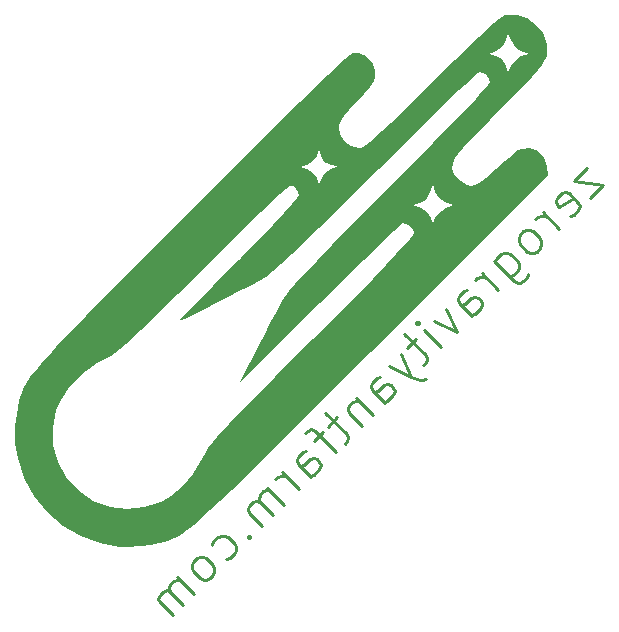
<source format=gbr>
G04 #@! TF.GenerationSoftware,KiCad,Pcbnew,8.0.4*
G04 #@! TF.CreationDate,2024-08-14T20:28:55-04:00*
G04 #@! TF.ProjectId,RP2350_80QFN_minimal,52503233-3530-45f3-9830-51464e5f6d69,REV3*
G04 #@! TF.SameCoordinates,Original*
G04 #@! TF.FileFunction,Legend,Bot*
G04 #@! TF.FilePolarity,Positive*
%FSLAX46Y46*%
G04 Gerber Fmt 4.6, Leading zero omitted, Abs format (unit mm)*
G04 Created by KiCad (PCBNEW 8.0.4) date 2024-08-14 20:28:55*
%MOMM*%
%LPD*%
G01*
G04 APERTURE LIST*
%ADD10C,0.250000*%
%ADD11C,0.000000*%
G04 APERTURE END LIST*
D10*
X172797639Y-79436330D02*
X171686471Y-80547498D01*
X171686471Y-80547498D02*
X174211852Y-80850544D01*
X174211852Y-80850544D02*
X173100684Y-81961711D01*
X171383425Y-83476940D02*
X171686471Y-83375925D01*
X171686471Y-83375925D02*
X172090532Y-82971864D01*
X172090532Y-82971864D02*
X172191547Y-82668818D01*
X172191547Y-82668818D02*
X172090532Y-82365772D01*
X172090532Y-82365772D02*
X171282410Y-81557650D01*
X171282410Y-81557650D02*
X170979364Y-81456635D01*
X170979364Y-81456635D02*
X170676319Y-81557650D01*
X170676319Y-81557650D02*
X170272258Y-81961711D01*
X170272258Y-81961711D02*
X170171242Y-82264757D01*
X170171242Y-82264757D02*
X170272258Y-82567803D01*
X170272258Y-82567803D02*
X170474288Y-82769833D01*
X170474288Y-82769833D02*
X171686471Y-81961711D01*
X170474288Y-84588108D02*
X169060074Y-83173894D01*
X169464135Y-83577956D02*
X169161089Y-83476940D01*
X169161089Y-83476940D02*
X168959059Y-83476940D01*
X168959059Y-83476940D02*
X168656013Y-83577956D01*
X168656013Y-83577956D02*
X168453983Y-83779986D01*
X168858044Y-86204352D02*
X168959059Y-85901306D01*
X168959059Y-85901306D02*
X168959059Y-85699276D01*
X168959059Y-85699276D02*
X168858044Y-85396230D01*
X168858044Y-85396230D02*
X168251952Y-84790139D01*
X168251952Y-84790139D02*
X167948906Y-84689123D01*
X167948906Y-84689123D02*
X167746876Y-84689123D01*
X167746876Y-84689123D02*
X167443830Y-84790139D01*
X167443830Y-84790139D02*
X167140784Y-85093184D01*
X167140784Y-85093184D02*
X167039769Y-85396230D01*
X167039769Y-85396230D02*
X167039769Y-85598261D01*
X167039769Y-85598261D02*
X167140784Y-85901306D01*
X167140784Y-85901306D02*
X167746876Y-86507398D01*
X167746876Y-86507398D02*
X168049922Y-86608413D01*
X168049922Y-86608413D02*
X168251952Y-86608413D01*
X168251952Y-86608413D02*
X168554998Y-86507398D01*
X168554998Y-86507398D02*
X168858044Y-86204352D01*
X164918448Y-87315520D02*
X166635708Y-89032780D01*
X166635708Y-89032780D02*
X166938754Y-89133795D01*
X166938754Y-89133795D02*
X167140784Y-89133795D01*
X167140784Y-89133795D02*
X167443830Y-89032780D01*
X167443830Y-89032780D02*
X167746876Y-88729734D01*
X167746876Y-88729734D02*
X167847891Y-88426688D01*
X166231647Y-88628719D02*
X166534693Y-88527703D01*
X166534693Y-88527703D02*
X166938754Y-88123642D01*
X166938754Y-88123642D02*
X167039769Y-87820597D01*
X167039769Y-87820597D02*
X167039769Y-87618566D01*
X167039769Y-87618566D02*
X166938754Y-87315520D01*
X166938754Y-87315520D02*
X166332662Y-86709429D01*
X166332662Y-86709429D02*
X166029616Y-86608413D01*
X166029616Y-86608413D02*
X165827586Y-86608413D01*
X165827586Y-86608413D02*
X165524540Y-86709429D01*
X165524540Y-86709429D02*
X165120479Y-87113490D01*
X165120479Y-87113490D02*
X165019464Y-87416535D01*
X165322509Y-89739887D02*
X163908296Y-88325673D01*
X164312357Y-88729734D02*
X164009311Y-88628719D01*
X164009311Y-88628719D02*
X163807280Y-88628719D01*
X163807280Y-88628719D02*
X163504235Y-88729734D01*
X163504235Y-88729734D02*
X163302204Y-88931765D01*
X163100174Y-91962222D02*
X161989006Y-90851054D01*
X161989006Y-90851054D02*
X161887991Y-90548009D01*
X161887991Y-90548009D02*
X161989006Y-90244963D01*
X161989006Y-90244963D02*
X162393067Y-89840902D01*
X162393067Y-89840902D02*
X162696113Y-89739887D01*
X162999158Y-91861207D02*
X163302204Y-91760192D01*
X163302204Y-91760192D02*
X163807280Y-91255115D01*
X163807280Y-91255115D02*
X163908296Y-90952070D01*
X163908296Y-90952070D02*
X163807280Y-90649024D01*
X163807280Y-90649024D02*
X163605250Y-90446993D01*
X163605250Y-90446993D02*
X163302204Y-90345978D01*
X163302204Y-90345978D02*
X162999158Y-90446993D01*
X162999158Y-90446993D02*
X162494082Y-90952070D01*
X162494082Y-90952070D02*
X162191036Y-91053085D01*
X160877838Y-91356131D02*
X161786975Y-93275421D01*
X161786975Y-93275421D02*
X159867685Y-92366283D01*
X160473777Y-94588619D02*
X159059563Y-93174405D01*
X158352457Y-92467299D02*
X158554487Y-92467299D01*
X158554487Y-92467299D02*
X158554487Y-92669329D01*
X158554487Y-92669329D02*
X158352457Y-92669329D01*
X158352457Y-92669329D02*
X158352457Y-92467299D01*
X158352457Y-92467299D02*
X158554487Y-92669329D01*
X158352457Y-93881512D02*
X157544335Y-94689634D01*
X157342304Y-93477451D02*
X159160579Y-95295725D01*
X159160579Y-95295725D02*
X159261594Y-95598771D01*
X159261594Y-95598771D02*
X159160579Y-95901817D01*
X159160579Y-95901817D02*
X158958548Y-96103847D01*
X157039258Y-95194710D02*
X157948396Y-97114000D01*
X156029106Y-96204863D02*
X157948396Y-97114000D01*
X157948396Y-97114000D02*
X158655502Y-97417046D01*
X158655502Y-97417046D02*
X158857533Y-97417046D01*
X158857533Y-97417046D02*
X159160579Y-97316031D01*
X155726060Y-99336336D02*
X154614893Y-98225168D01*
X154614893Y-98225168D02*
X154513877Y-97922122D01*
X154513877Y-97922122D02*
X154614893Y-97619076D01*
X154614893Y-97619076D02*
X155018954Y-97215015D01*
X155018954Y-97215015D02*
X155321999Y-97114000D01*
X155625045Y-99235320D02*
X155928091Y-99134305D01*
X155928091Y-99134305D02*
X156433167Y-98629229D01*
X156433167Y-98629229D02*
X156534182Y-98326183D01*
X156534182Y-98326183D02*
X156433167Y-98023137D01*
X156433167Y-98023137D02*
X156231137Y-97821107D01*
X156231137Y-97821107D02*
X155928091Y-97720091D01*
X155928091Y-97720091D02*
X155625045Y-97821107D01*
X155625045Y-97821107D02*
X155119969Y-98326183D01*
X155119969Y-98326183D02*
X154816923Y-98427198D01*
X153301694Y-98932275D02*
X154715908Y-100346488D01*
X153503725Y-99134305D02*
X153301694Y-99134305D01*
X153301694Y-99134305D02*
X152998648Y-99235320D01*
X152998648Y-99235320D02*
X152695602Y-99538366D01*
X152695602Y-99538366D02*
X152594587Y-99841412D01*
X152594587Y-99841412D02*
X152695602Y-100144458D01*
X152695602Y-100144458D02*
X153806770Y-101255626D01*
X151685450Y-100548519D02*
X150877328Y-101356641D01*
X150675297Y-100144458D02*
X152493572Y-101962733D01*
X152493572Y-101962733D02*
X152594587Y-102265778D01*
X152594587Y-102265778D02*
X152493572Y-102568824D01*
X152493572Y-102568824D02*
X152291541Y-102770855D01*
X150473266Y-101760702D02*
X149665144Y-102568824D01*
X151584434Y-103477962D02*
X149766160Y-101659687D01*
X149766160Y-101659687D02*
X149463114Y-101558672D01*
X149463114Y-101558672D02*
X149160068Y-101659687D01*
X149160068Y-101659687D02*
X148958038Y-101861717D01*
X149463114Y-105599282D02*
X148351946Y-104488114D01*
X148351946Y-104488114D02*
X148250931Y-104185069D01*
X148250931Y-104185069D02*
X148351946Y-103882023D01*
X148351946Y-103882023D02*
X148756007Y-103477962D01*
X148756007Y-103477962D02*
X149059053Y-103376946D01*
X149362098Y-105498267D02*
X149665144Y-105397252D01*
X149665144Y-105397252D02*
X150170220Y-104892175D01*
X150170220Y-104892175D02*
X150271236Y-104589130D01*
X150271236Y-104589130D02*
X150170220Y-104286084D01*
X150170220Y-104286084D02*
X149968190Y-104084053D01*
X149968190Y-104084053D02*
X149665144Y-103983038D01*
X149665144Y-103983038D02*
X149362098Y-104084053D01*
X149362098Y-104084053D02*
X148857022Y-104589130D01*
X148857022Y-104589130D02*
X148553976Y-104690145D01*
X148452961Y-106609435D02*
X147038747Y-105195221D01*
X147442808Y-105599282D02*
X147139763Y-105498267D01*
X147139763Y-105498267D02*
X146937732Y-105498267D01*
X146937732Y-105498267D02*
X146634686Y-105599282D01*
X146634686Y-105599282D02*
X146432656Y-105801313D01*
X147139763Y-107922633D02*
X145725549Y-106508420D01*
X145927580Y-106710450D02*
X145725549Y-106710450D01*
X145725549Y-106710450D02*
X145422503Y-106811465D01*
X145422503Y-106811465D02*
X145119457Y-107114511D01*
X145119457Y-107114511D02*
X145018442Y-107417557D01*
X145018442Y-107417557D02*
X145119457Y-107720603D01*
X145119457Y-107720603D02*
X146230625Y-108831771D01*
X145119457Y-107720603D02*
X144816412Y-107619587D01*
X144816412Y-107619587D02*
X144513366Y-107720603D01*
X144513366Y-107720603D02*
X144210320Y-108023649D01*
X144210320Y-108023649D02*
X144109305Y-108326694D01*
X144109305Y-108326694D02*
X144210320Y-108629740D01*
X144210320Y-108629740D02*
X145321488Y-109740908D01*
X144109305Y-110549030D02*
X144109305Y-110751060D01*
X144109305Y-110751060D02*
X144311335Y-110751060D01*
X144311335Y-110751060D02*
X144311335Y-110549030D01*
X144311335Y-110549030D02*
X144109305Y-110549030D01*
X144109305Y-110549030D02*
X144311335Y-110751060D01*
X142291031Y-112569335D02*
X142594076Y-112468319D01*
X142594076Y-112468319D02*
X142998137Y-112064258D01*
X142998137Y-112064258D02*
X143099153Y-111761213D01*
X143099153Y-111761213D02*
X143099153Y-111559182D01*
X143099153Y-111559182D02*
X142998137Y-111256136D01*
X142998137Y-111256136D02*
X142392046Y-110650045D01*
X142392046Y-110650045D02*
X142089000Y-110549030D01*
X142089000Y-110549030D02*
X141886970Y-110549030D01*
X141886970Y-110549030D02*
X141583924Y-110650045D01*
X141583924Y-110650045D02*
X141179863Y-111054106D01*
X141179863Y-111054106D02*
X141078848Y-111357152D01*
X141179863Y-113882533D02*
X141280878Y-113579488D01*
X141280878Y-113579488D02*
X141280878Y-113377457D01*
X141280878Y-113377457D02*
X141179863Y-113074411D01*
X141179863Y-113074411D02*
X140573771Y-112468320D01*
X140573771Y-112468320D02*
X140270725Y-112367304D01*
X140270725Y-112367304D02*
X140068695Y-112367304D01*
X140068695Y-112367304D02*
X139765649Y-112468320D01*
X139765649Y-112468320D02*
X139462603Y-112771365D01*
X139462603Y-112771365D02*
X139361588Y-113074411D01*
X139361588Y-113074411D02*
X139361588Y-113276442D01*
X139361588Y-113276442D02*
X139462603Y-113579488D01*
X139462603Y-113579488D02*
X140068695Y-114185579D01*
X140068695Y-114185579D02*
X140371741Y-114286594D01*
X140371741Y-114286594D02*
X140573771Y-114286594D01*
X140573771Y-114286594D02*
X140876817Y-114185579D01*
X140876817Y-114185579D02*
X141179863Y-113882533D01*
X139563618Y-115498778D02*
X138149405Y-114084564D01*
X138351435Y-114286594D02*
X138149405Y-114286594D01*
X138149405Y-114286594D02*
X137846359Y-114387610D01*
X137846359Y-114387610D02*
X137543313Y-114690656D01*
X137543313Y-114690656D02*
X137442298Y-114993701D01*
X137442298Y-114993701D02*
X137543313Y-115296747D01*
X137543313Y-115296747D02*
X138654481Y-116407915D01*
X137543313Y-115296747D02*
X137240267Y-115195732D01*
X137240267Y-115195732D02*
X136937222Y-115296747D01*
X136937222Y-115296747D02*
X136634176Y-115599793D01*
X136634176Y-115599793D02*
X136533161Y-115902839D01*
X136533161Y-115902839D02*
X136634176Y-116205884D01*
X136634176Y-116205884D02*
X137745344Y-117317052D01*
D11*
G36*
X167769138Y-66748217D02*
G01*
X168536957Y-67285126D01*
X169101413Y-68031379D01*
X169405734Y-68931960D01*
X169393147Y-69931851D01*
X169339589Y-70131833D01*
X169211489Y-70403937D01*
X168987137Y-70739034D01*
X168637676Y-71170413D01*
X168134247Y-71731359D01*
X167447992Y-72455161D01*
X166550051Y-73375108D01*
X166159287Y-73769611D01*
X165411566Y-74524486D01*
X164576297Y-75366675D01*
X163608512Y-76353380D01*
X162861890Y-77133484D01*
X162308032Y-77739655D01*
X161918532Y-78204560D01*
X161664987Y-78560866D01*
X161518996Y-78841240D01*
X161452154Y-79078350D01*
X161417766Y-79534187D01*
X161547271Y-79911737D01*
X161914176Y-80336457D01*
X162152974Y-80558710D01*
X162630719Y-80864695D01*
X163110298Y-80928419D01*
X163648202Y-80735569D01*
X164300919Y-80271832D01*
X165124939Y-79522892D01*
X165568634Y-79102867D01*
X166174593Y-78555616D01*
X166668255Y-78140269D01*
X166972444Y-77923634D01*
X167262109Y-77803564D01*
X167987552Y-77743028D01*
X168639817Y-77997771D01*
X169142146Y-78525131D01*
X169417777Y-79282459D01*
X169533220Y-80007141D01*
X159741886Y-89776163D01*
X154500684Y-95005422D01*
X152538734Y-96963304D01*
X150368416Y-99129130D01*
X148435226Y-101056392D01*
X146722583Y-102759574D01*
X145213905Y-104253161D01*
X143892609Y-105551639D01*
X142742115Y-106669494D01*
X141745839Y-107621208D01*
X140887198Y-108421269D01*
X140149613Y-109084163D01*
X139516500Y-109624370D01*
X138971278Y-110056380D01*
X138497364Y-110394677D01*
X138078176Y-110653746D01*
X137697133Y-110848071D01*
X137337652Y-110992140D01*
X136983151Y-111100434D01*
X136617050Y-111187441D01*
X136222763Y-111267646D01*
X135783710Y-111355534D01*
X135050098Y-111474269D01*
X133872625Y-111494233D01*
X133300948Y-111503926D01*
X131589577Y-111199697D01*
X129960493Y-110590861D01*
X128458201Y-109706700D01*
X127127208Y-108576496D01*
X126012024Y-107229530D01*
X125157151Y-105695082D01*
X124607100Y-104002433D01*
X124408962Y-102818065D01*
X124374273Y-101415503D01*
X127603205Y-101415503D01*
X127650205Y-102878070D01*
X128025602Y-104283967D01*
X128717925Y-105573790D01*
X129715704Y-106688134D01*
X129750039Y-106718077D01*
X131019165Y-107585011D01*
X132412327Y-108121995D01*
X133872625Y-108321076D01*
X135343156Y-108174301D01*
X136767019Y-107673716D01*
X137561379Y-107223300D01*
X138587883Y-106392541D01*
X139477908Y-105314569D01*
X140291994Y-103925001D01*
X140296530Y-103916083D01*
X140459570Y-103607510D01*
X140638010Y-103304601D01*
X140852822Y-102984790D01*
X141124973Y-102625513D01*
X141475435Y-102204203D01*
X141925175Y-101698294D01*
X142495164Y-101085219D01*
X143206370Y-100342415D01*
X144079764Y-99447315D01*
X145136314Y-98377350D01*
X146396991Y-97109958D01*
X147882762Y-95622573D01*
X149614598Y-93892627D01*
X149840940Y-93666610D01*
X151705354Y-91799988D01*
X153310971Y-90182664D01*
X154668324Y-88803607D01*
X155787949Y-87651788D01*
X156680381Y-86716175D01*
X157356156Y-85985738D01*
X157825809Y-85449445D01*
X158099875Y-85096266D01*
X158188889Y-84915173D01*
X158087360Y-84585958D01*
X157722974Y-84246190D01*
X157219543Y-84108148D01*
X157199012Y-84116551D01*
X156959563Y-84308960D01*
X156487357Y-84736594D01*
X155808518Y-85374315D01*
X154949170Y-86196987D01*
X153935436Y-87179474D01*
X152793440Y-88296636D01*
X151549307Y-89523339D01*
X150229160Y-90834444D01*
X143480269Y-97560740D01*
X145023006Y-94456296D01*
X145437005Y-93636666D01*
X146005733Y-92548000D01*
X146550184Y-91543908D01*
X147024113Y-90709251D01*
X147381275Y-90128889D01*
X147590825Y-89850806D01*
X148115609Y-89238856D01*
X148898381Y-88381745D01*
X149930837Y-87288146D01*
X151204669Y-85966729D01*
X152711572Y-84426167D01*
X154443240Y-82675131D01*
X154577985Y-82540060D01*
X158094815Y-82540060D01*
X158774892Y-82833488D01*
X159301065Y-83161349D01*
X159598428Y-83664568D01*
X159741886Y-84202222D01*
X159992076Y-83611979D01*
X160250085Y-83204282D01*
X160861873Y-82793877D01*
X161481481Y-82566016D01*
X160835520Y-82336746D01*
X160811296Y-82328018D01*
X160278004Y-82007626D01*
X159972000Y-81461516D01*
X159754439Y-80815554D01*
X159529913Y-81495669D01*
X159475391Y-81647457D01*
X159182298Y-82109096D01*
X158700101Y-82357923D01*
X158094815Y-82540060D01*
X154577985Y-82540060D01*
X156391366Y-80722292D01*
X158024865Y-79086755D01*
X159770646Y-77326721D01*
X161245517Y-75824624D01*
X162450327Y-74579577D01*
X163385924Y-73590693D01*
X164053158Y-72857084D01*
X164452875Y-72377864D01*
X164585926Y-72152144D01*
X164552691Y-71898007D01*
X164265024Y-71473407D01*
X163747855Y-71314074D01*
X163581563Y-71403438D01*
X163148133Y-71754994D01*
X162460476Y-72373910D01*
X161517703Y-73261038D01*
X160318927Y-74417226D01*
X158863261Y-75843322D01*
X157149817Y-77540175D01*
X155177707Y-79508633D01*
X153788492Y-80896099D01*
X151976157Y-82693414D01*
X150371701Y-84268449D01*
X150130085Y-84502500D01*
X148983796Y-85612898D01*
X147821113Y-86718457D01*
X146892323Y-87576818D01*
X146206099Y-88179676D01*
X145771111Y-88518725D01*
X145604369Y-88625698D01*
X145031449Y-88964787D01*
X144270507Y-89390005D01*
X143379144Y-89871767D01*
X142414961Y-90380490D01*
X141435560Y-90886591D01*
X140498539Y-91360486D01*
X139661501Y-91772592D01*
X138982047Y-92093325D01*
X138517776Y-92293102D01*
X138326290Y-92342340D01*
X138327627Y-92335697D01*
X138484462Y-92149506D01*
X138874800Y-91732378D01*
X139470166Y-91113534D01*
X140242082Y-90322194D01*
X141162073Y-89387579D01*
X142201662Y-88338910D01*
X143332373Y-87205408D01*
X143526173Y-87011558D01*
X145006847Y-85518657D01*
X146223763Y-84268536D01*
X147174486Y-83263813D01*
X147856586Y-82507104D01*
X148267629Y-82001026D01*
X148405185Y-81748195D01*
X148368700Y-81491296D01*
X148102860Y-81075053D01*
X147667750Y-80909629D01*
X147618035Y-80934978D01*
X147325436Y-81173644D01*
X146804465Y-81643769D01*
X146080795Y-82320763D01*
X145180102Y-83180028D01*
X144128059Y-84196970D01*
X142950339Y-85346994D01*
X141672616Y-86605509D01*
X140320565Y-87947917D01*
X139625498Y-88640456D01*
X138158594Y-90099167D01*
X136920648Y-91324064D01*
X135886194Y-92338452D01*
X135029765Y-93165636D01*
X134325894Y-93828922D01*
X133749116Y-94351615D01*
X133273963Y-94757021D01*
X132874967Y-95068444D01*
X132526663Y-95309190D01*
X132203583Y-95502564D01*
X131880261Y-95671872D01*
X131340511Y-95956441D01*
X130025353Y-96842262D01*
X129011128Y-97870663D01*
X128248319Y-99088220D01*
X127896070Y-99955673D01*
X127603205Y-101415503D01*
X124374273Y-101415503D01*
X124371204Y-101291414D01*
X124608331Y-99757379D01*
X124642560Y-99611041D01*
X124737973Y-99203344D01*
X124834138Y-98830628D01*
X124946605Y-98475127D01*
X125090926Y-98119074D01*
X125282650Y-97744702D01*
X125537329Y-97334245D01*
X125870512Y-96869939D01*
X126297750Y-96334014D01*
X126834594Y-95708704D01*
X127496594Y-94976244D01*
X128299300Y-94118866D01*
X129258264Y-93118805D01*
X130389035Y-91958293D01*
X131707164Y-90619565D01*
X133228202Y-89084853D01*
X134967698Y-87336391D01*
X136941205Y-85356412D01*
X139164272Y-83127153D01*
X140866080Y-81421941D01*
X142959555Y-79329554D01*
X148499259Y-79329554D01*
X149111819Y-79545736D01*
X149540568Y-79779193D01*
X149927232Y-80288737D01*
X150130085Y-80815554D01*
X150352143Y-80278672D01*
X150657906Y-79846240D01*
X151135989Y-79508030D01*
X151697777Y-79274272D01*
X151110768Y-79141635D01*
X151042096Y-79124939D01*
X150590973Y-78888824D01*
X150334738Y-78407091D01*
X150145718Y-77805185D01*
X149924062Y-78392290D01*
X149654077Y-78840669D01*
X149100832Y-79154475D01*
X148499259Y-79329554D01*
X142959555Y-79329554D01*
X143145974Y-79143232D01*
X145172784Y-77125082D01*
X146952077Y-75362071D01*
X148489419Y-73848781D01*
X149790377Y-72579790D01*
X150860515Y-71549681D01*
X151705399Y-70753033D01*
X152330596Y-70184427D01*
X152741671Y-69838444D01*
X152944191Y-69709664D01*
X153505163Y-69703767D01*
X154134840Y-69972580D01*
X154630191Y-70467399D01*
X154913753Y-71105597D01*
X154908063Y-71804542D01*
X154772390Y-72073089D01*
X154414758Y-72571080D01*
X153899888Y-73193358D01*
X153287491Y-73864041D01*
X152699747Y-74488672D01*
X152235300Y-75024882D01*
X151959053Y-75424759D01*
X151826181Y-75754760D01*
X151791852Y-76081344D01*
X151880006Y-76545626D01*
X152257833Y-77131496D01*
X152842967Y-77550801D01*
X153536460Y-77711111D01*
X153658855Y-77698436D01*
X153855369Y-77628761D01*
X154109839Y-77477463D01*
X154448100Y-77221301D01*
X154895983Y-76837037D01*
X155479322Y-76301432D01*
X156223948Y-75591246D01*
X157155694Y-74683239D01*
X158300393Y-73554173D01*
X159683875Y-72180809D01*
X160268760Y-71599783D01*
X161614865Y-70269636D01*
X162156450Y-69740714D01*
X164495952Y-69740714D01*
X165112641Y-69955691D01*
X165601908Y-70232801D01*
X165944308Y-70787359D01*
X166159287Y-71404047D01*
X166412706Y-70782986D01*
X166683444Y-70335827D01*
X167270271Y-69951319D01*
X167874417Y-69740713D01*
X167265370Y-69492195D01*
X166846770Y-69238276D01*
X166407804Y-68634630D01*
X166159287Y-68025582D01*
X165948680Y-68629728D01*
X165703413Y-69072979D01*
X165117013Y-69487293D01*
X164495952Y-69740714D01*
X162156450Y-69740714D01*
X162730465Y-69180121D01*
X163638548Y-68310198D01*
X164362096Y-67638831D01*
X164924095Y-67144984D01*
X165347528Y-66807618D01*
X165655379Y-66605698D01*
X165870633Y-66518184D01*
X166854728Y-66475671D01*
X167769138Y-66748217D01*
G37*
M02*

</source>
